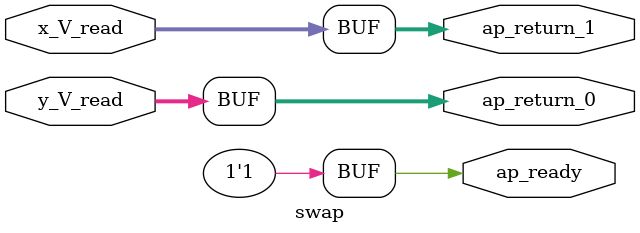
<source format=v>

`timescale 1 ns / 1 ps 

module swap (
        ap_ready,
        x_V_read,
        y_V_read,
        ap_return_0,
        ap_return_1
);


output   ap_ready;
input  [9:0] x_V_read;
input  [9:0] y_V_read;
output  [9:0] ap_return_0;
output  [9:0] ap_return_1;

assign ap_ready = 1'b1;

assign ap_return_0 = y_V_read;

assign ap_return_1 = x_V_read;

endmodule //swap

</source>
